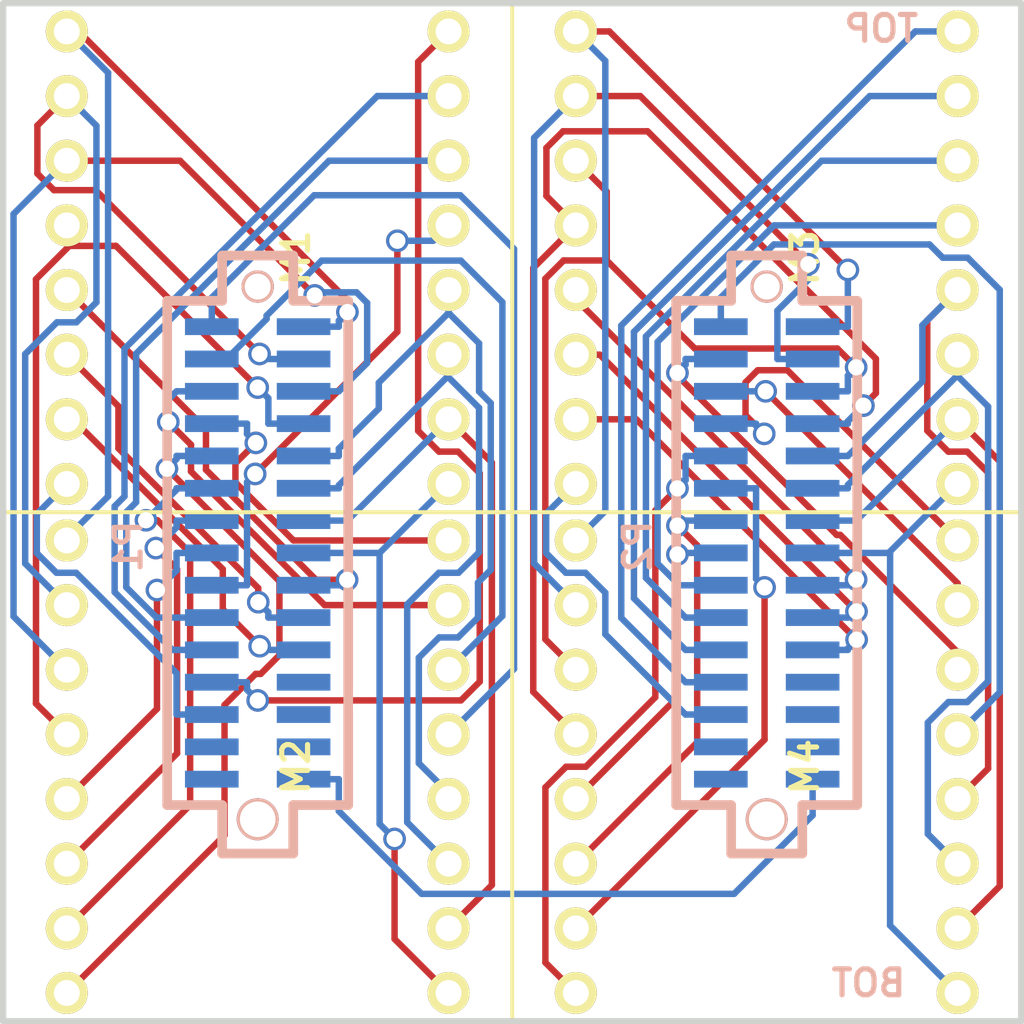
<source format=kicad_pcb>
(kicad_pcb (version 3) (host pcbnew "(2013-mar-13)-testing")

  (general
    (links 65)
    (no_connects 0)
    (area 49.721799 49.721799 90.278201 90.278201)
    (thickness 1.6)
    (drawings 6)
    (tracks 413)
    (zones 0)
    (modules 6)
    (nets 60)
  )

  (page A4)
  (layers
    (15 F.Cu signal)
    (0 B.Cu signal)
    (16 B.Adhes user)
    (17 F.Adhes user)
    (18 B.Paste user)
    (19 F.Paste user)
    (20 B.SilkS user)
    (21 F.SilkS user)
    (22 B.Mask user)
    (23 F.Mask user)
    (24 Dwgs.User user)
    (25 Cmts.User user)
    (26 Eco1.User user)
    (27 Eco2.User user)
    (28 Edge.Cuts user)
  )

  (setup
    (last_trace_width 0.254)
    (trace_clearance 0.2032)
    (zone_clearance 0.127)
    (zone_45_only no)
    (trace_min 0.254)
    (segment_width 0.2)
    (edge_width 0.25)
    (via_size 0.889)
    (via_drill 0.635)
    (via_min_size 0.889)
    (via_min_drill 0.508)
    (uvia_size 0.508)
    (uvia_drill 0.127)
    (uvias_allowed no)
    (uvia_min_size 0.508)
    (uvia_min_drill 0.127)
    (pcb_text_width 0.2032)
    (pcb_text_size 1.016 1.016)
    (mod_edge_width 0.2)
    (mod_text_size 1.5 1.5)
    (mod_text_width 0.15)
    (pad_size 1.651 1.651)
    (pad_drill 1.016)
    (pad_to_mask_clearance 0.2)
    (aux_axis_origin 0 0)
    (visible_elements FFFFFF7F)
    (pcbplotparams
      (layerselection 3178497)
      (usegerberextensions true)
      (excludeedgelayer true)
      (linewidth 0.150000)
      (plotframeref false)
      (viasonmask false)
      (mode 1)
      (useauxorigin false)
      (hpglpennumber 1)
      (hpglpenspeed 20)
      (hpglpendiameter 15)
      (hpglpenoverlay 2)
      (psnegative false)
      (psa4output false)
      (plotreference true)
      (plotvalue true)
      (plotothertext true)
      (plotinvisibletext false)
      (padsonsilk false)
      (subtractmaskfromsilk false)
      (outputformat 1)
      (mirror false)
      (drillshape 1)
      (scaleselection 1)
      (outputdirectory ""))
  )

  (net 0 "")
  (net 1 /COL_A1)
  (net 2 /COL_A10)
  (net 3 /COL_A11)
  (net 4 /COL_A12)
  (net 5 /COL_A13)
  (net 6 /COL_A14)
  (net 7 /COL_A15)
  (net 8 /COL_A16)
  (net 9 /COL_A2)
  (net 10 /COL_A3)
  (net 11 /COL_A4)
  (net 12 /COL_A5)
  (net 13 /COL_A6)
  (net 14 /COL_A7)
  (net 15 /COL_A8)
  (net 16 /COL_A9)
  (net 17 /COL_B1)
  (net 18 /COL_B10)
  (net 19 /COL_B11)
  (net 20 /COL_B12)
  (net 21 /COL_B13)
  (net 22 /COL_B14)
  (net 23 /COL_B15)
  (net 24 /COL_B16)
  (net 25 /COL_B2)
  (net 26 /COL_B3)
  (net 27 /COL_B4)
  (net 28 /COL_B5)
  (net 29 /COL_B6)
  (net 30 /COL_B7)
  (net 31 /COL_B8)
  (net 32 /COL_B9)
  (net 33 /ROW_A1)
  (net 34 /ROW_A2)
  (net 35 /ROW_A3)
  (net 36 /ROW_A4)
  (net 37 /ROW_A5)
  (net 38 /ROW_A6)
  (net 39 /ROW_A7)
  (net 40 /ROW_A8)
  (net 41 /ROW_B1)
  (net 42 /ROW_B2)
  (net 43 /ROW_B3)
  (net 44 /ROW_B4)
  (net 45 /ROW_B5)
  (net 46 /ROW_B6)
  (net 47 /ROW_B7)
  (net 48 /ROW_B8)
  (net 49 GND)
  (net 50 N-0000022)
  (net 51 N-0000023)
  (net 52 N-0000024)
  (net 53 N-0000026)
  (net 54 N-0000027)
  (net 55 N-0000029)
  (net 56 N-0000031)
  (net 57 N-0000035)
  (net 58 N-0000036)
  (net 59 N-0000037)

  (net_class Default "This is the default net class."
    (clearance 0.2032)
    (trace_width 0.254)
    (via_dia 0.889)
    (via_drill 0.635)
    (uvia_dia 0.508)
    (uvia_drill 0.127)
    (add_net "")
    (add_net /COL_A1)
    (add_net /COL_A10)
    (add_net /COL_A11)
    (add_net /COL_A12)
    (add_net /COL_A13)
    (add_net /COL_A14)
    (add_net /COL_A15)
    (add_net /COL_A16)
    (add_net /COL_A2)
    (add_net /COL_A3)
    (add_net /COL_A4)
    (add_net /COL_A5)
    (add_net /COL_A6)
    (add_net /COL_A7)
    (add_net /COL_A8)
    (add_net /COL_A9)
    (add_net /COL_B1)
    (add_net /COL_B10)
    (add_net /COL_B11)
    (add_net /COL_B12)
    (add_net /COL_B13)
    (add_net /COL_B14)
    (add_net /COL_B15)
    (add_net /COL_B16)
    (add_net /COL_B2)
    (add_net /COL_B3)
    (add_net /COL_B4)
    (add_net /COL_B5)
    (add_net /COL_B6)
    (add_net /COL_B7)
    (add_net /COL_B8)
    (add_net /COL_B9)
    (add_net /ROW_A1)
    (add_net /ROW_A2)
    (add_net /ROW_A3)
    (add_net /ROW_A4)
    (add_net /ROW_A5)
    (add_net /ROW_A6)
    (add_net /ROW_A7)
    (add_net /ROW_A8)
    (add_net /ROW_B1)
    (add_net /ROW_B2)
    (add_net /ROW_B3)
    (add_net /ROW_B4)
    (add_net /ROW_B5)
    (add_net /ROW_B6)
    (add_net /ROW_B7)
    (add_net /ROW_B8)
    (add_net GND)
    (add_net N-0000022)
    (add_net N-0000023)
    (add_net N-0000024)
    (add_net N-0000026)
    (add_net N-0000027)
    (add_net N-0000029)
    (add_net N-0000031)
    (add_net N-0000035)
    (add_net N-0000036)
    (add_net N-0000037)
  )

  (module LED_MATRIX_20MM_8x8 (layer F.Cu) (tedit 52123850) (tstamp 520BFF05)
    (at 60 60)
    (path /52004052)
    (fp_text reference M1 (at 1.5 0 90) (layer F.SilkS)
      (effects (font (size 1.016 1.016) (thickness 0.2032)))
    )
    (fp_text value BETLUX-LED-8X8_C (at -1 0 90) (layer F.SilkS) hide
      (effects (font (size 1.016 1.016) (thickness 0.2032)))
    )
    (fp_line (start 0 -10) (end 10 -10) (layer F.SilkS) (width 0.15))
    (fp_line (start 10 -10) (end 10 10) (layer F.SilkS) (width 0.15))
    (fp_line (start 10 10) (end -10 10) (layer F.SilkS) (width 0.15))
    (fp_line (start -10 10) (end -10 -10) (layer F.SilkS) (width 0.15))
    (fp_line (start -10 -10) (end 0.5 -10) (layer F.SilkS) (width 0.15))
    (pad 1 thru_hole circle (at -7.5 -8.89) (size 1.651 1.651) (drill 1.016)
      (layers *.Cu *.Mask F.SilkS)
      (net 33 /ROW_A1)
    )
    (pad 2 thru_hole circle (at -7.5 -6.35) (size 1.651 1.651) (drill 1.016)
      (layers *.Cu *.Mask F.SilkS)
      (net 34 /ROW_A2)
    )
    (pad 3 thru_hole circle (at -7.5 -3.81) (size 1.651 1.651) (drill 1.016)
      (layers *.Cu *.Mask F.SilkS)
      (net 35 /ROW_A3)
    )
    (pad 4 thru_hole circle (at -7.5 -1.27) (size 1.651 1.651) (drill 1.016)
      (layers *.Cu *.Mask F.SilkS)
      (net 36 /ROW_A4)
    )
    (pad 5 thru_hole circle (at -7.5 1.27) (size 1.651 1.651) (drill 1.016)
      (layers *.Cu *.Mask F.SilkS)
      (net 1 /COL_A1)
    )
    (pad 6 thru_hole circle (at -7.5 3.81) (size 1.651 1.651) (drill 1.016)
      (layers *.Cu *.Mask F.SilkS)
      (net 9 /COL_A2)
    )
    (pad 7 thru_hole circle (at -7.5 6.35) (size 1.651 1.651) (drill 1.016)
      (layers *.Cu *.Mask F.SilkS)
      (net 10 /COL_A3)
    )
    (pad 8 thru_hole circle (at -7.5 8.89) (size 1.651 1.651) (drill 1.016)
      (layers *.Cu *.Mask F.SilkS)
      (net 11 /COL_A4)
    )
    (pad 9 thru_hole circle (at 7.5 8.89) (size 1.651 1.651) (drill 1.016)
      (layers *.Cu *.Mask F.SilkS)
      (net 40 /ROW_A8)
    )
    (pad 10 thru_hole circle (at 7.5 6.35) (size 1.651 1.651) (drill 1.016)
      (layers *.Cu *.Mask F.SilkS)
      (net 39 /ROW_A7)
    )
    (pad 11 thru_hole circle (at 7.5 3.81) (size 1.651 1.651) (drill 1.016)
      (layers *.Cu *.Mask F.SilkS)
      (net 38 /ROW_A6)
    )
    (pad 12 thru_hole circle (at 7.5 1.27) (size 1.651 1.651) (drill 1.016)
      (layers *.Cu *.Mask F.SilkS)
      (net 37 /ROW_A5)
    )
    (pad 13 thru_hole circle (at 7.5 -1.27) (size 1.651 1.651) (drill 1.016)
      (layers *.Cu *.Mask F.SilkS)
      (net 15 /COL_A8)
    )
    (pad 14 thru_hole circle (at 7.5 -3.81) (size 1.651 1.651) (drill 1.016)
      (layers *.Cu *.Mask F.SilkS)
      (net 14 /COL_A7)
    )
    (pad 15 thru_hole circle (at 7.5 -6.35) (size 1.651 1.651) (drill 1.016)
      (layers *.Cu *.Mask F.SilkS)
      (net 13 /COL_A6)
    )
    (pad 16 thru_hole circle (at 7.5 -8.89) (size 1.651 1.651) (drill 1.016)
      (layers *.Cu *.Mask F.SilkS)
      (net 12 /COL_A5)
    )
  )

  (module LED_MATRIX_20MM_8x8 (layer F.Cu) (tedit 5212383B) (tstamp 520BFED1)
    (at 60 80)
    (path /52004061)
    (fp_text reference M2 (at 1.5 0 90) (layer F.SilkS)
      (effects (font (size 1.016 1.016) (thickness 0.2032)))
    )
    (fp_text value BETLUX-LED-8X8_C (at -1 0 90) (layer F.SilkS) hide
      (effects (font (size 1.016 1.016) (thickness 0.2032)))
    )
    (fp_line (start 0 -10) (end 10 -10) (layer F.SilkS) (width 0.15))
    (fp_line (start 10 -10) (end 10 10) (layer F.SilkS) (width 0.15))
    (fp_line (start 10 10) (end -10 10) (layer F.SilkS) (width 0.15))
    (fp_line (start -10 10) (end -10 -10) (layer F.SilkS) (width 0.15))
    (fp_line (start -10 -10) (end 0.5 -10) (layer F.SilkS) (width 0.15))
    (pad 1 thru_hole circle (at -7.5 -8.89) (size 1.651 1.651) (drill 1.016)
      (layers *.Cu *.Mask F.SilkS)
      (net 33 /ROW_A1)
    )
    (pad 2 thru_hole circle (at -7.5 -6.35) (size 1.651 1.651) (drill 1.016)
      (layers *.Cu *.Mask F.SilkS)
      (net 34 /ROW_A2)
    )
    (pad 3 thru_hole circle (at -7.5 -3.81) (size 1.651 1.651) (drill 1.016)
      (layers *.Cu *.Mask F.SilkS)
      (net 35 /ROW_A3)
    )
    (pad 4 thru_hole circle (at -7.5 -1.27) (size 1.651 1.651) (drill 1.016)
      (layers *.Cu *.Mask F.SilkS)
      (net 36 /ROW_A4)
    )
    (pad 5 thru_hole circle (at -7.5 1.27) (size 1.651 1.651) (drill 1.016)
      (layers *.Cu *.Mask F.SilkS)
      (net 16 /COL_A9)
    )
    (pad 6 thru_hole circle (at -7.5 3.81) (size 1.651 1.651) (drill 1.016)
      (layers *.Cu *.Mask F.SilkS)
      (net 2 /COL_A10)
    )
    (pad 7 thru_hole circle (at -7.5 6.35) (size 1.651 1.651) (drill 1.016)
      (layers *.Cu *.Mask F.SilkS)
      (net 3 /COL_A11)
    )
    (pad 8 thru_hole circle (at -7.5 8.89) (size 1.651 1.651) (drill 1.016)
      (layers *.Cu *.Mask F.SilkS)
      (net 4 /COL_A12)
    )
    (pad 9 thru_hole circle (at 7.5 8.89) (size 1.651 1.651) (drill 1.016)
      (layers *.Cu *.Mask F.SilkS)
      (net 40 /ROW_A8)
    )
    (pad 10 thru_hole circle (at 7.5 6.35) (size 1.651 1.651) (drill 1.016)
      (layers *.Cu *.Mask F.SilkS)
      (net 39 /ROW_A7)
    )
    (pad 11 thru_hole circle (at 7.5 3.81) (size 1.651 1.651) (drill 1.016)
      (layers *.Cu *.Mask F.SilkS)
      (net 38 /ROW_A6)
    )
    (pad 12 thru_hole circle (at 7.5 1.27) (size 1.651 1.651) (drill 1.016)
      (layers *.Cu *.Mask F.SilkS)
      (net 37 /ROW_A5)
    )
    (pad 13 thru_hole circle (at 7.5 -1.27) (size 1.651 1.651) (drill 1.016)
      (layers *.Cu *.Mask F.SilkS)
      (net 8 /COL_A16)
    )
    (pad 14 thru_hole circle (at 7.5 -3.81) (size 1.651 1.651) (drill 1.016)
      (layers *.Cu *.Mask F.SilkS)
      (net 7 /COL_A15)
    )
    (pad 15 thru_hole circle (at 7.5 -6.35) (size 1.651 1.651) (drill 1.016)
      (layers *.Cu *.Mask F.SilkS)
      (net 6 /COL_A14)
    )
    (pad 16 thru_hole circle (at 7.5 -8.89) (size 1.651 1.651) (drill 1.016)
      (layers *.Cu *.Mask F.SilkS)
      (net 5 /COL_A13)
    )
  )

  (module LED_MATRIX_20MM_8x8 (layer F.Cu) (tedit 52123849) (tstamp 520047A3)
    (at 80 60)
    (path /52004070)
    (fp_text reference M3 (at 1.5 0 90) (layer F.SilkS)
      (effects (font (size 1.016 1.016) (thickness 0.2032)))
    )
    (fp_text value BETLUX-LED-8X8_C (at -1 0 90) (layer F.SilkS) hide
      (effects (font (size 1.016 1.016) (thickness 0.2032)))
    )
    (fp_line (start 0 -10) (end 10 -10) (layer F.SilkS) (width 0.15))
    (fp_line (start 10 -10) (end 10 10) (layer F.SilkS) (width 0.15))
    (fp_line (start 10 10) (end -10 10) (layer F.SilkS) (width 0.15))
    (fp_line (start -10 10) (end -10 -10) (layer F.SilkS) (width 0.15))
    (fp_line (start -10 -10) (end 0.5 -10) (layer F.SilkS) (width 0.15))
    (pad 1 thru_hole circle (at -7.5 -8.89) (size 1.651 1.651) (drill 1.016)
      (layers *.Cu *.Mask F.SilkS)
      (net 41 /ROW_B1)
    )
    (pad 2 thru_hole circle (at -7.5 -6.35) (size 1.651 1.651) (drill 1.016)
      (layers *.Cu *.Mask F.SilkS)
      (net 42 /ROW_B2)
    )
    (pad 3 thru_hole circle (at -7.5 -3.81) (size 1.651 1.651) (drill 1.016)
      (layers *.Cu *.Mask F.SilkS)
      (net 43 /ROW_B3)
    )
    (pad 4 thru_hole circle (at -7.5 -1.27) (size 1.651 1.651) (drill 1.016)
      (layers *.Cu *.Mask F.SilkS)
      (net 44 /ROW_B4)
    )
    (pad 5 thru_hole circle (at -7.5 1.27) (size 1.651 1.651) (drill 1.016)
      (layers *.Cu *.Mask F.SilkS)
      (net 17 /COL_B1)
    )
    (pad 6 thru_hole circle (at -7.5 3.81) (size 1.651 1.651) (drill 1.016)
      (layers *.Cu *.Mask F.SilkS)
      (net 25 /COL_B2)
    )
    (pad 7 thru_hole circle (at -7.5 6.35) (size 1.651 1.651) (drill 1.016)
      (layers *.Cu *.Mask F.SilkS)
      (net 26 /COL_B3)
    )
    (pad 8 thru_hole circle (at -7.5 8.89) (size 1.651 1.651) (drill 1.016)
      (layers *.Cu *.Mask F.SilkS)
      (net 27 /COL_B4)
    )
    (pad 9 thru_hole circle (at 7.5 8.89) (size 1.651 1.651) (drill 1.016)
      (layers *.Cu *.Mask F.SilkS)
      (net 48 /ROW_B8)
    )
    (pad 10 thru_hole circle (at 7.5 6.35) (size 1.651 1.651) (drill 1.016)
      (layers *.Cu *.Mask F.SilkS)
      (net 47 /ROW_B7)
    )
    (pad 11 thru_hole circle (at 7.5 3.81) (size 1.651 1.651) (drill 1.016)
      (layers *.Cu *.Mask F.SilkS)
      (net 46 /ROW_B6)
    )
    (pad 12 thru_hole circle (at 7.5 1.27) (size 1.651 1.651) (drill 1.016)
      (layers *.Cu *.Mask F.SilkS)
      (net 45 /ROW_B5)
    )
    (pad 13 thru_hole circle (at 7.5 -1.27) (size 1.651 1.651) (drill 1.016)
      (layers *.Cu *.Mask F.SilkS)
      (net 31 /COL_B8)
    )
    (pad 14 thru_hole circle (at 7.5 -3.81) (size 1.651 1.651) (drill 1.016)
      (layers *.Cu *.Mask F.SilkS)
      (net 30 /COL_B7)
    )
    (pad 15 thru_hole circle (at 7.5 -6.35) (size 1.651 1.651) (drill 1.016)
      (layers *.Cu *.Mask F.SilkS)
      (net 29 /COL_B6)
    )
    (pad 16 thru_hole circle (at 7.5 -8.89) (size 1.651 1.651) (drill 1.016)
      (layers *.Cu *.Mask F.SilkS)
      (net 28 /COL_B5)
    )
  )

  (module LED_MATRIX_20MM_8x8 (layer F.Cu) (tedit 52123842) (tstamp 520047BC)
    (at 80 80)
    (path /5200407F)
    (fp_text reference M4 (at 1.5 0 90) (layer F.SilkS)
      (effects (font (size 1.016 1.016) (thickness 0.2032)))
    )
    (fp_text value BETLUX-LED-8X8_C (at -1 0 90) (layer F.SilkS) hide
      (effects (font (size 1.016 1.016) (thickness 0.2032)))
    )
    (fp_line (start 0 -10) (end 10 -10) (layer F.SilkS) (width 0.15))
    (fp_line (start 10 -10) (end 10 10) (layer F.SilkS) (width 0.15))
    (fp_line (start 10 10) (end -10 10) (layer F.SilkS) (width 0.15))
    (fp_line (start -10 10) (end -10 -10) (layer F.SilkS) (width 0.15))
    (fp_line (start -10 -10) (end 0.5 -10) (layer F.SilkS) (width 0.15))
    (pad 1 thru_hole circle (at -7.5 -8.89) (size 1.651 1.651) (drill 1.016)
      (layers *.Cu *.Mask F.SilkS)
      (net 41 /ROW_B1)
    )
    (pad 2 thru_hole circle (at -7.5 -6.35) (size 1.651 1.651) (drill 1.016)
      (layers *.Cu *.Mask F.SilkS)
      (net 42 /ROW_B2)
    )
    (pad 3 thru_hole circle (at -7.5 -3.81) (size 1.651 1.651) (drill 1.016)
      (layers *.Cu *.Mask F.SilkS)
      (net 43 /ROW_B3)
    )
    (pad 4 thru_hole circle (at -7.5 -1.27) (size 1.651 1.651) (drill 1.016)
      (layers *.Cu *.Mask F.SilkS)
      (net 44 /ROW_B4)
    )
    (pad 5 thru_hole circle (at -7.5 1.27) (size 1.651 1.651) (drill 1.016)
      (layers *.Cu *.Mask F.SilkS)
      (net 32 /COL_B9)
    )
    (pad 6 thru_hole circle (at -7.5 3.81) (size 1.651 1.651) (drill 1.016)
      (layers *.Cu *.Mask F.SilkS)
      (net 18 /COL_B10)
    )
    (pad 7 thru_hole circle (at -7.5 6.35) (size 1.651 1.651) (drill 1.016)
      (layers *.Cu *.Mask F.SilkS)
      (net 19 /COL_B11)
    )
    (pad 8 thru_hole circle (at -7.5 8.89) (size 1.651 1.651) (drill 1.016)
      (layers *.Cu *.Mask F.SilkS)
      (net 20 /COL_B12)
    )
    (pad 9 thru_hole circle (at 7.5 8.89) (size 1.651 1.651) (drill 1.016)
      (layers *.Cu *.Mask F.SilkS)
      (net 48 /ROW_B8)
    )
    (pad 10 thru_hole circle (at 7.5 6.35) (size 1.651 1.651) (drill 1.016)
      (layers *.Cu *.Mask F.SilkS)
      (net 47 /ROW_B7)
    )
    (pad 11 thru_hole circle (at 7.5 3.81) (size 1.651 1.651) (drill 1.016)
      (layers *.Cu *.Mask F.SilkS)
      (net 46 /ROW_B6)
    )
    (pad 12 thru_hole circle (at 7.5 1.27) (size 1.651 1.651) (drill 1.016)
      (layers *.Cu *.Mask F.SilkS)
      (net 45 /ROW_B5)
    )
    (pad 13 thru_hole circle (at 7.5 -1.27) (size 1.651 1.651) (drill 1.016)
      (layers *.Cu *.Mask F.SilkS)
      (net 24 /COL_B16)
    )
    (pad 14 thru_hole circle (at 7.5 -3.81) (size 1.651 1.651) (drill 1.016)
      (layers *.Cu *.Mask F.SilkS)
      (net 23 /COL_B15)
    )
    (pad 15 thru_hole circle (at 7.5 -6.35) (size 1.651 1.651) (drill 1.016)
      (layers *.Cu *.Mask F.SilkS)
      (net 22 /COL_B14)
    )
    (pad 16 thru_hole circle (at 7.5 -8.89) (size 1.651 1.651) (drill 1.016)
      (layers *.Cu *.Mask F.SilkS)
      (net 21 /COL_B13)
    )
  )

  (module SMD_PIN_ARRAY_F_0P5IN_15X2 (layer B.Cu) (tedit 5213A8F5) (tstamp 520BF9EB)
    (at 60 71.6 180)
    (path /520BF30D)
    (fp_text reference P1 (at 5.08 0.254 450) (layer B.SilkS)
      (effects (font (size 1.016 1.016) (thickness 0.2032)) (justify mirror))
    )
    (fp_text value CONN15X2 (at -5.207 0.127 270) (layer B.SilkS) hide
      (effects (font (size 1.016 1.016) (thickness 0.2032)) (justify mirror))
    )
    (fp_line (start 1.397 -9.906) (end 3.556 -9.906) (layer B.SilkS) (width 0.381))
    (fp_line (start -3.556 -9.906) (end -1.397 -9.906) (layer B.SilkS) (width 0.381))
    (fp_line (start -1.397 -9.906) (end -1.397 -11.684) (layer B.SilkS) (width 0.381))
    (fp_line (start -1.397 -11.684) (end -1.397 -11.811) (layer B.SilkS) (width 0.381))
    (fp_line (start -1.397 -11.811) (end 1.27 -11.811) (layer B.SilkS) (width 0.381))
    (fp_line (start 1.27 -11.811) (end 1.397 -11.811) (layer B.SilkS) (width 0.381))
    (fp_line (start 1.397 -11.811) (end 1.397 -9.906) (layer B.SilkS) (width 0.381))
    (fp_line (start 1.397 9.906) (end 3.556 9.906) (layer B.SilkS) (width 0.381))
    (fp_line (start 1.27 11.684) (end 1.397 11.684) (layer B.SilkS) (width 0.381))
    (fp_line (start 1.397 11.684) (end 1.397 9.906) (layer B.SilkS) (width 0.381))
    (fp_line (start 1.143 11.684) (end 1.27 11.684) (layer B.SilkS) (width 0.381))
    (fp_line (start -1.397 9.906) (end -1.397 11.557) (layer B.SilkS) (width 0.381))
    (fp_line (start -1.397 11.557) (end -1.397 11.684) (layer B.SilkS) (width 0.381))
    (fp_line (start -1.397 11.684) (end 1.143 11.684) (layer B.SilkS) (width 0.381))
    (fp_line (start -3.556 9.906) (end -1.397 9.906) (layer B.SilkS) (width 0.381))
    (fp_line (start 3.556 -9.906) (end 3.556 9.779) (layer B.SilkS) (width 0.381))
    (fp_line (start 3.556 9.779) (end 3.556 9.906) (layer B.SilkS) (width 0.381))
    (fp_line (start -3.556 9.906) (end -3.556 -9.779) (layer B.SilkS) (width 0.381))
    (fp_line (start -3.556 -9.779) (end -3.556 -9.906) (layer B.SilkS) (width 0.381))
    (pad 2 smd rect (at -1.8034 8.89 180) (size 2.1082 0.6604)
      (layers B.Cu B.Paste B.Mask)
      (net 33 /ROW_A1)
    )
    (pad 1 smd rect (at 1.8034 8.89 180) (size 2.1082 0.6604)
      (layers B.Cu B.Paste B.Mask)
      (net 8 /COL_A16)
    )
    (pad 4 smd rect (at -1.8034 7.62 180) (size 2.1082 0.6604)
      (layers B.Cu B.Paste B.Mask)
      (net 34 /ROW_A2)
    )
    (pad 3 smd rect (at 1.8034 7.62 180) (size 2.1082 0.6604)
      (layers B.Cu B.Paste B.Mask)
      (net 7 /COL_A15)
    )
    (pad 6 smd rect (at -1.8034 6.35 180) (size 2.1082 0.6604)
      (layers B.Cu B.Paste B.Mask)
      (net 35 /ROW_A3)
    )
    (pad 5 smd rect (at 1.8034 6.35 180) (size 2.1082 0.6604)
      (layers B.Cu B.Paste B.Mask)
      (net 6 /COL_A14)
    )
    (pad 8 smd rect (at -1.8034 5.08 180) (size 2.1082 0.6604)
      (layers B.Cu B.Paste B.Mask)
      (net 36 /ROW_A4)
    )
    (pad 7 smd rect (at 1.8034 5.08 180) (size 2.1082 0.6604)
      (layers B.Cu B.Paste B.Mask)
      (net 5 /COL_A13)
    )
    (pad 10 smd rect (at -1.8034 3.81 180) (size 2.1082 0.6604)
      (layers B.Cu B.Paste B.Mask)
      (net 37 /ROW_A5)
    )
    (pad 9 smd rect (at 1.8034 3.81 180) (size 2.1082 0.6604)
      (layers B.Cu B.Paste B.Mask)
      (net 4 /COL_A12)
    )
    (pad 12 smd rect (at -1.8034 2.54 180) (size 2.1082 0.6604)
      (layers B.Cu B.Paste B.Mask)
      (net 38 /ROW_A6)
    )
    (pad 11 smd rect (at 1.8034 2.54 180) (size 2.1082 0.6604)
      (layers B.Cu B.Paste B.Mask)
      (net 3 /COL_A11)
    )
    (pad 14 smd rect (at -1.8034 1.27 180) (size 2.1082 0.6604)
      (layers B.Cu B.Paste B.Mask)
      (net 39 /ROW_A7)
    )
    (pad 13 smd rect (at 1.8034 1.27 180) (size 2.1082 0.6604)
      (layers B.Cu B.Paste B.Mask)
      (net 2 /COL_A10)
    )
    (pad 16 smd rect (at -1.8034 0 180) (size 2.1082 0.6604)
      (layers B.Cu B.Paste B.Mask)
      (net 40 /ROW_A8)
    )
    (pad 15 smd rect (at 1.8034 0 180) (size 2.1082 0.6604)
      (layers B.Cu B.Paste B.Mask)
      (net 16 /COL_A9)
    )
    (pad 18 smd rect (at -1.8034 -1.27 180) (size 2.1082 0.6604)
      (layers B.Cu B.Paste B.Mask)
      (net 1 /COL_A1)
    )
    (pad 17 smd rect (at 1.8034 -1.27 180) (size 2.1082 0.6604)
      (layers B.Cu B.Paste B.Mask)
      (net 15 /COL_A8)
    )
    (pad 20 smd rect (at -1.8034 -2.54 180) (size 2.1082 0.6604)
      (layers B.Cu B.Paste B.Mask)
      (net 9 /COL_A2)
    )
    (pad 19 smd rect (at 1.8034 -2.54 180) (size 2.1082 0.6604)
      (layers B.Cu B.Paste B.Mask)
      (net 14 /COL_A7)
    )
    (pad 22 smd rect (at -1.8034 -3.81 180) (size 2.1082 0.6604)
      (layers B.Cu B.Paste B.Mask)
      (net 10 /COL_A3)
    )
    (pad 21 smd rect (at 1.8034 -3.81 180) (size 2.1082 0.6604)
      (layers B.Cu B.Paste B.Mask)
      (net 13 /COL_A6)
    )
    (pad 24 smd rect (at -1.8034 -5.08 180) (size 2.1082 0.6604)
      (layers B.Cu B.Paste B.Mask)
      (net 57 N-0000035)
    )
    (pad 23 smd rect (at 1.8034 -5.08 180) (size 2.1082 0.6604)
      (layers B.Cu B.Paste B.Mask)
      (net 12 /COL_A5)
    )
    (pad 26 smd rect (at -1.8034 -6.35 180) (size 2.1082 0.6604)
      (layers B.Cu B.Paste B.Mask)
      (net 58 N-0000036)
    )
    (pad 25 smd rect (at 1.8034 -6.35 180) (size 2.1082 0.6604)
      (layers B.Cu B.Paste B.Mask)
      (net 11 /COL_A4)
    )
    (pad 28 smd rect (at -1.8034 -7.62 180) (size 2.1082 0.6604)
      (layers B.Cu B.Paste B.Mask)
      (net 59 N-0000037)
    )
    (pad 27 smd rect (at 1.8034 -7.62 180) (size 2.1082 0.6604)
      (layers B.Cu B.Paste B.Mask)
      (net 51 N-0000023)
    )
    (pad 30 smd rect (at -1.8034 -8.89 180) (size 2.1082 0.6604)
      (layers B.Cu B.Paste B.Mask)
      (net 49 GND)
    )
    (pad 29 smd rect (at 1.8034 -8.89 180) (size 2.1082 0.6604)
      (layers B.Cu B.Paste B.Mask)
      (net 50 N-0000022)
    )
    (pad "" thru_hole circle (at 0 10.4648 180) (size 1.27 1.27) (drill 1.016)
      (layers *.Cu *.Mask B.SilkS)
    )
    (pad "" thru_hole circle (at 0 -10.4648 180) (size 1.651 1.651) (drill 1.397)
      (layers *.Cu *.Mask B.SilkS)
    )
  )

  (module SMD_PIN_ARRAY_F_0P5IN_15X2 (layer B.Cu) (tedit 5213A8FD) (tstamp 520BFA22)
    (at 80 71.6 180)
    (path /520BF31C)
    (fp_text reference P2 (at 5.08 0.254 450) (layer B.SilkS)
      (effects (font (size 1.016 1.016) (thickness 0.2032)) (justify mirror))
    )
    (fp_text value CONN15X2 (at -5.207 0.127 270) (layer B.SilkS) hide
      (effects (font (size 1.016 1.016) (thickness 0.2032)) (justify mirror))
    )
    (fp_line (start 1.397 -9.906) (end 3.556 -9.906) (layer B.SilkS) (width 0.381))
    (fp_line (start -3.556 -9.906) (end -1.397 -9.906) (layer B.SilkS) (width 0.381))
    (fp_line (start -1.397 -9.906) (end -1.397 -11.684) (layer B.SilkS) (width 0.381))
    (fp_line (start -1.397 -11.684) (end -1.397 -11.811) (layer B.SilkS) (width 0.381))
    (fp_line (start -1.397 -11.811) (end 1.27 -11.811) (layer B.SilkS) (width 0.381))
    (fp_line (start 1.27 -11.811) (end 1.397 -11.811) (layer B.SilkS) (width 0.381))
    (fp_line (start 1.397 -11.811) (end 1.397 -9.906) (layer B.SilkS) (width 0.381))
    (fp_line (start 1.397 9.906) (end 3.556 9.906) (layer B.SilkS) (width 0.381))
    (fp_line (start 1.27 11.684) (end 1.397 11.684) (layer B.SilkS) (width 0.381))
    (fp_line (start 1.397 11.684) (end 1.397 9.906) (layer B.SilkS) (width 0.381))
    (fp_line (start 1.143 11.684) (end 1.27 11.684) (layer B.SilkS) (width 0.381))
    (fp_line (start -1.397 9.906) (end -1.397 11.557) (layer B.SilkS) (width 0.381))
    (fp_line (start -1.397 11.557) (end -1.397 11.684) (layer B.SilkS) (width 0.381))
    (fp_line (start -1.397 11.684) (end 1.143 11.684) (layer B.SilkS) (width 0.381))
    (fp_line (start -3.556 9.906) (end -1.397 9.906) (layer B.SilkS) (width 0.381))
    (fp_line (start 3.556 -9.906) (end 3.556 9.779) (layer B.SilkS) (width 0.381))
    (fp_line (start 3.556 9.779) (end 3.556 9.906) (layer B.SilkS) (width 0.381))
    (fp_line (start -3.556 9.906) (end -3.556 -9.779) (layer B.SilkS) (width 0.381))
    (fp_line (start -3.556 -9.779) (end -3.556 -9.906) (layer B.SilkS) (width 0.381))
    (pad 2 smd rect (at -1.8034 8.89 180) (size 2.1082 0.6604)
      (layers B.Cu B.Paste B.Mask)
      (net 41 /ROW_B1)
    )
    (pad 1 smd rect (at 1.8034 8.89 180) (size 2.1082 0.6604)
      (layers B.Cu B.Paste B.Mask)
      (net 24 /COL_B16)
    )
    (pad 4 smd rect (at -1.8034 7.62 180) (size 2.1082 0.6604)
      (layers B.Cu B.Paste B.Mask)
      (net 42 /ROW_B2)
    )
    (pad 3 smd rect (at 1.8034 7.62 180) (size 2.1082 0.6604)
      (layers B.Cu B.Paste B.Mask)
      (net 23 /COL_B15)
    )
    (pad 6 smd rect (at -1.8034 6.35 180) (size 2.1082 0.6604)
      (layers B.Cu B.Paste B.Mask)
      (net 43 /ROW_B3)
    )
    (pad 5 smd rect (at 1.8034 6.35 180) (size 2.1082 0.6604)
      (layers B.Cu B.Paste B.Mask)
      (net 22 /COL_B14)
    )
    (pad 8 smd rect (at -1.8034 5.08 180) (size 2.1082 0.6604)
      (layers B.Cu B.Paste B.Mask)
      (net 44 /ROW_B4)
    )
    (pad 7 smd rect (at 1.8034 5.08 180) (size 2.1082 0.6604)
      (layers B.Cu B.Paste B.Mask)
      (net 21 /COL_B13)
    )
    (pad 10 smd rect (at -1.8034 3.81 180) (size 2.1082 0.6604)
      (layers B.Cu B.Paste B.Mask)
      (net 45 /ROW_B5)
    )
    (pad 9 smd rect (at 1.8034 3.81 180) (size 2.1082 0.6604)
      (layers B.Cu B.Paste B.Mask)
      (net 20 /COL_B12)
    )
    (pad 12 smd rect (at -1.8034 2.54 180) (size 2.1082 0.6604)
      (layers B.Cu B.Paste B.Mask)
      (net 46 /ROW_B6)
    )
    (pad 11 smd rect (at 1.8034 2.54 180) (size 2.1082 0.6604)
      (layers B.Cu B.Paste B.Mask)
      (net 19 /COL_B11)
    )
    (pad 14 smd rect (at -1.8034 1.27 180) (size 2.1082 0.6604)
      (layers B.Cu B.Paste B.Mask)
      (net 47 /ROW_B7)
    )
    (pad 13 smd rect (at 1.8034 1.27 180) (size 2.1082 0.6604)
      (layers B.Cu B.Paste B.Mask)
      (net 18 /COL_B10)
    )
    (pad 16 smd rect (at -1.8034 0 180) (size 2.1082 0.6604)
      (layers B.Cu B.Paste B.Mask)
      (net 48 /ROW_B8)
    )
    (pad 15 smd rect (at 1.8034 0 180) (size 2.1082 0.6604)
      (layers B.Cu B.Paste B.Mask)
      (net 32 /COL_B9)
    )
    (pad 18 smd rect (at -1.8034 -1.27 180) (size 2.1082 0.6604)
      (layers B.Cu B.Paste B.Mask)
      (net 17 /COL_B1)
    )
    (pad 17 smd rect (at 1.8034 -1.27 180) (size 2.1082 0.6604)
      (layers B.Cu B.Paste B.Mask)
      (net 31 /COL_B8)
    )
    (pad 20 smd rect (at -1.8034 -2.54 180) (size 2.1082 0.6604)
      (layers B.Cu B.Paste B.Mask)
      (net 25 /COL_B2)
    )
    (pad 19 smd rect (at 1.8034 -2.54 180) (size 2.1082 0.6604)
      (layers B.Cu B.Paste B.Mask)
      (net 30 /COL_B7)
    )
    (pad 22 smd rect (at -1.8034 -3.81 180) (size 2.1082 0.6604)
      (layers B.Cu B.Paste B.Mask)
      (net 26 /COL_B3)
    )
    (pad 21 smd rect (at 1.8034 -3.81 180) (size 2.1082 0.6604)
      (layers B.Cu B.Paste B.Mask)
      (net 29 /COL_B6)
    )
    (pad 24 smd rect (at -1.8034 -5.08 180) (size 2.1082 0.6604)
      (layers B.Cu B.Paste B.Mask)
      (net 56 N-0000031)
    )
    (pad 23 smd rect (at 1.8034 -5.08 180) (size 2.1082 0.6604)
      (layers B.Cu B.Paste B.Mask)
      (net 28 /COL_B5)
    )
    (pad 26 smd rect (at -1.8034 -6.35 180) (size 2.1082 0.6604)
      (layers B.Cu B.Paste B.Mask)
      (net 55 N-0000029)
    )
    (pad 25 smd rect (at 1.8034 -6.35 180) (size 2.1082 0.6604)
      (layers B.Cu B.Paste B.Mask)
      (net 27 /COL_B4)
    )
    (pad 28 smd rect (at -1.8034 -7.62 180) (size 2.1082 0.6604)
      (layers B.Cu B.Paste B.Mask)
      (net 53 N-0000026)
    )
    (pad 27 smd rect (at 1.8034 -7.62 180) (size 2.1082 0.6604)
      (layers B.Cu B.Paste B.Mask)
      (net 54 N-0000027)
    )
    (pad 30 smd rect (at -1.8034 -8.89 180) (size 2.1082 0.6604)
      (layers B.Cu B.Paste B.Mask)
      (net 49 GND)
    )
    (pad 29 smd rect (at 1.8034 -8.89 180) (size 2.1082 0.6604)
      (layers B.Cu B.Paste B.Mask)
      (net 52 N-0000024)
    )
    (pad "" thru_hole circle (at 0 10.4648 180) (size 1.27 1.27) (drill 1.016)
      (layers *.Cu *.Mask B.SilkS)
    )
    (pad "" thru_hole circle (at 0 -10.4648 180) (size 1.651 1.651) (drill 1.397)
      (layers *.Cu *.Mask B.SilkS)
    )
  )

  (gr_text BOT (at 84 88.5) (layer B.SilkS)
    (effects (font (size 1.016 1.016) (thickness 0.2032)) (justify mirror))
  )
  (gr_text TOP (at 84.5 51) (layer B.SilkS)
    (effects (font (size 1.016 1.016) (thickness 0.2032)) (justify mirror))
  )
  (gr_line (start 90 90) (end 90 50) (angle 90) (layer Edge.Cuts) (width 0.25))
  (gr_line (start 50 90) (end 90 90) (angle 90) (layer Edge.Cuts) (width 0.25))
  (gr_line (start 50 50) (end 50 90) (angle 90) (layer Edge.Cuts) (width 0.25))
  (gr_line (start 90 50) (end 50 50) (angle 90) (layer Edge.Cuts) (width 0.25))

  (via (at 63.5131 72.6555) (size 0.889) (layers F.Cu B.Cu) (net 1))
  (segment (start 63.2986 72.87) (end 63.5131 72.6555) (width 0.254) (layer B.Cu) (net 1))
  (segment (start 61.8034 72.87) (end 63.2986 72.87) (width 0.254) (layer B.Cu) (net 1))
  (segment (start 62.2919 72.6555) (end 63.5131 72.6555) (width 0.254) (layer F.Cu) (net 1))
  (segment (start 57.968 68.3316) (end 62.2919 72.6555) (width 0.254) (layer F.Cu) (net 1))
  (segment (start 57.968 66.738) (end 57.968 68.3316) (width 0.254) (layer F.Cu) (net 1))
  (segment (start 52.5 61.27) (end 57.968 66.738) (width 0.254) (layer F.Cu) (net 1))
  (via (at 55.9989 71.4093) (size 0.889) (layers F.Cu B.Cu) (net 2))
  (segment (start 58.1966 70.33) (end 56.812 70.33) (width 0.254) (layer B.Cu) (net 2))
  (segment (start 56.812 70.5962) (end 55.9989 71.4093) (width 0.254) (layer B.Cu) (net 2))
  (segment (start 56.812 70.33) (end 56.812 70.5962) (width 0.254) (layer B.Cu) (net 2))
  (segment (start 56.8329 72.2433) (end 55.9989 71.4093) (width 0.254) (layer F.Cu) (net 2))
  (segment (start 56.8329 79.4771) (end 56.8329 72.2433) (width 0.254) (layer F.Cu) (net 2))
  (segment (start 52.5 83.81) (end 56.8329 79.4771) (width 0.254) (layer F.Cu) (net 2))
  (via (at 55.6117 70.3167) (size 0.889) (layers F.Cu B.Cu) (net 3))
  (segment (start 58.1966 69.06) (end 56.812 69.06) (width 0.254) (layer B.Cu) (net 3))
  (segment (start 56.812 69.1164) (end 55.6117 70.3167) (width 0.254) (layer B.Cu) (net 3))
  (segment (start 56.812 69.06) (end 56.812 69.1164) (width 0.254) (layer B.Cu) (net 3))
  (segment (start 57.3458 81.5042) (end 52.5 86.35) (width 0.254) (layer F.Cu) (net 3))
  (segment (start 57.3458 71.6015) (end 57.3458 81.5042) (width 0.254) (layer F.Cu) (net 3))
  (segment (start 56.061 70.3167) (end 57.3458 71.6015) (width 0.254) (layer F.Cu) (net 3))
  (segment (start 55.6117 70.3167) (end 56.061 70.3167) (width 0.254) (layer F.Cu) (net 3))
  (via (at 56.4329 68.2905) (size 0.889) (layers F.Cu B.Cu) (net 4))
  (segment (start 56.812 67.9114) (end 56.4329 68.2905) (width 0.254) (layer B.Cu) (net 4))
  (segment (start 56.812 67.79) (end 56.812 67.9114) (width 0.254) (layer B.Cu) (net 4))
  (segment (start 58.697 82.693) (end 52.5 88.89) (width 0.254) (layer F.Cu) (net 4))
  (segment (start 58.697 77.5759) (end 58.697 82.693) (width 0.254) (layer F.Cu) (net 4))
  (segment (start 59.9199 76.353) (end 58.697 77.5759) (width 0.254) (layer F.Cu) (net 4))
  (segment (start 60.1191 76.353) (end 59.9199 76.353) (width 0.254) (layer F.Cu) (net 4))
  (segment (start 60.8539 75.6182) (end 60.1191 76.353) (width 0.254) (layer F.Cu) (net 4))
  (segment (start 60.8539 72.7115) (end 60.8539 75.6182) (width 0.254) (layer F.Cu) (net 4))
  (segment (start 56.4329 68.2905) (end 60.8539 72.7115) (width 0.254) (layer F.Cu) (net 4))
  (segment (start 58.1966 67.79) (end 56.812 67.79) (width 0.254) (layer B.Cu) (net 4))
  (via (at 59.927 67.2767) (size 0.889) (layers F.Cu B.Cu) (net 5))
  (segment (start 59.5812 66.9309) (end 59.927 67.2767) (width 0.254) (layer B.Cu) (net 5))
  (segment (start 59.5812 66.52) (end 59.5812 66.9309) (width 0.254) (layer B.Cu) (net 5))
  (segment (start 61.4055 71.11) (end 67.5 71.11) (width 0.254) (layer F.Cu) (net 5))
  (segment (start 59.1251 68.8296) (end 61.4055 71.11) (width 0.254) (layer F.Cu) (net 5))
  (segment (start 59.1251 68.0786) (end 59.1251 68.8296) (width 0.254) (layer F.Cu) (net 5))
  (segment (start 59.927 67.2767) (end 59.1251 68.0786) (width 0.254) (layer F.Cu) (net 5))
  (segment (start 58.1966 66.52) (end 59.5812 66.52) (width 0.254) (layer B.Cu) (net 5))
  (via (at 56.4866 66.4559) (size 0.889) (layers F.Cu B.Cu) (net 6))
  (segment (start 58.1966 65.25) (end 56.812 65.25) (width 0.254) (layer B.Cu) (net 6))
  (segment (start 56.4866 65.5754) (end 56.4866 66.4559) (width 0.254) (layer B.Cu) (net 6))
  (segment (start 56.812 65.25) (end 56.4866 65.5754) (width 0.254) (layer B.Cu) (net 6))
  (segment (start 62.6293 73.65) (end 67.5 73.65) (width 0.254) (layer F.Cu) (net 6))
  (segment (start 57.3797 68.4004) (end 62.6293 73.65) (width 0.254) (layer F.Cu) (net 6))
  (segment (start 57.3797 67.349) (end 57.3797 68.4004) (width 0.254) (layer F.Cu) (net 6))
  (segment (start 56.4866 66.4559) (end 57.3797 67.349) (width 0.254) (layer F.Cu) (net 6))
  (segment (start 69.6142 74.0758) (end 67.5 76.19) (width 0.254) (layer B.Cu) (net 7))
  (segment (start 69.6142 61.7493) (end 69.6142 74.0758) (width 0.254) (layer B.Cu) (net 7))
  (segment (start 67.9788 60.1139) (end 69.6142 61.7493) (width 0.254) (layer B.Cu) (net 7))
  (segment (start 62.5115 60.1139) (end 67.9788 60.1139) (width 0.254) (layer B.Cu) (net 7))
  (segment (start 60.3491 62.2763) (end 62.5115 60.1139) (width 0.254) (layer B.Cu) (net 7))
  (segment (start 60.3491 62.4092) (end 60.3491 62.2763) (width 0.254) (layer B.Cu) (net 7))
  (segment (start 58.7783 63.98) (end 60.3491 62.4092) (width 0.254) (layer B.Cu) (net 7))
  (segment (start 58.1966 63.98) (end 58.7783 63.98) (width 0.254) (layer B.Cu) (net 7))
  (segment (start 70.0718 76.1582) (end 67.5 78.73) (width 0.254) (layer B.Cu) (net 8))
  (segment (start 70.0718 59.6567) (end 70.0718 76.1582) (width 0.254) (layer B.Cu) (net 8))
  (segment (start 67.9609 57.5458) (end 70.0718 59.6567) (width 0.254) (layer B.Cu) (net 8))
  (segment (start 62.2166 57.5458) (end 67.9609 57.5458) (width 0.254) (layer B.Cu) (net 8))
  (segment (start 58.1966 61.5658) (end 62.2166 57.5458) (width 0.254) (layer B.Cu) (net 8))
  (segment (start 58.1966 62.71) (end 58.1966 61.5658) (width 0.254) (layer B.Cu) (net 8))
  (via (at 60.0221 73.5364) (size 0.889) (layers F.Cu B.Cu) (net 9))
  (segment (start 61.8034 74.14) (end 60.4188 74.14) (width 0.254) (layer B.Cu) (net 9))
  (segment (start 60.4188 73.9331) (end 60.0221 73.5364) (width 0.254) (layer B.Cu) (net 9))
  (segment (start 60.4188 74.14) (end 60.4188 73.9331) (width 0.254) (layer B.Cu) (net 9))
  (segment (start 60.0221 72.9837) (end 60.0221 73.5364) (width 0.254) (layer F.Cu) (net 9))
  (segment (start 54.5276 67.4892) (end 60.0221 72.9837) (width 0.254) (layer F.Cu) (net 9))
  (segment (start 54.5276 65.8376) (end 54.5276 67.4892) (width 0.254) (layer F.Cu) (net 9))
  (segment (start 52.5 63.81) (end 54.5276 65.8376) (width 0.254) (layer F.Cu) (net 9))
  (via (at 60.0772 75.2645) (size 0.889) (layers F.Cu B.Cu) (net 10))
  (segment (start 61.8034 75.41) (end 60.4188 75.41) (width 0.254) (layer B.Cu) (net 10))
  (segment (start 60.2733 75.2645) (end 60.0772 75.2645) (width 0.254) (layer B.Cu) (net 10))
  (segment (start 60.4188 75.41) (end 60.2733 75.2645) (width 0.254) (layer B.Cu) (net 10))
  (segment (start 58.6283 73.8156) (end 60.0772 75.2645) (width 0.254) (layer F.Cu) (net 10))
  (segment (start 58.6283 72.237) (end 58.6283 73.8156) (width 0.254) (layer F.Cu) (net 10))
  (segment (start 52.7413 66.35) (end 58.6283 72.237) (width 0.254) (layer F.Cu) (net 10))
  (segment (start 52.5 66.35) (end 52.7413 66.35) (width 0.254) (layer F.Cu) (net 10))
  (segment (start 58.1966 77.95) (end 56.812 77.95) (width 0.254) (layer B.Cu) (net 11))
  (segment (start 56.812 76.3254) (end 56.812 77.95) (width 0.254) (layer B.Cu) (net 11))
  (segment (start 52.8666 72.38) (end 56.812 76.3254) (width 0.254) (layer B.Cu) (net 11))
  (segment (start 52.094 72.38) (end 52.8666 72.38) (width 0.254) (layer B.Cu) (net 11))
  (segment (start 51.3216 71.6076) (end 52.094 72.38) (width 0.254) (layer B.Cu) (net 11))
  (segment (start 51.3216 70.0684) (end 51.3216 71.6076) (width 0.254) (layer B.Cu) (net 11))
  (segment (start 52.5 68.89) (end 51.3216 70.0684) (width 0.254) (layer B.Cu) (net 11))
  (via (at 60 77.3945) (size 0.889) (layers F.Cu B.Cu) (net 12))
  (segment (start 58.1966 76.68) (end 59.5812 76.68) (width 0.254) (layer B.Cu) (net 12))
  (segment (start 59.5812 76.9757) (end 60 77.3945) (width 0.254) (layer B.Cu) (net 12))
  (segment (start 59.5812 76.68) (end 59.5812 76.9757) (width 0.254) (layer B.Cu) (net 12))
  (segment (start 67.9858 77.3945) (end 60 77.3945) (width 0.254) (layer F.Cu) (net 12))
  (segment (start 68.7248 76.6555) (end 67.9858 77.3945) (width 0.254) (layer F.Cu) (net 12))
  (segment (start 68.7248 68.472) (end 68.7248 76.6555) (width 0.254) (layer F.Cu) (net 12))
  (segment (start 67.8728 67.62) (end 68.7248 68.472) (width 0.254) (layer F.Cu) (net 12))
  (segment (start 67.1225 67.62) (end 67.8728 67.62) (width 0.254) (layer F.Cu) (net 12))
  (segment (start 66.3048 66.8023) (end 67.1225 67.62) (width 0.254) (layer F.Cu) (net 12))
  (segment (start 66.3048 52.3052) (end 66.3048 66.8023) (width 0.254) (layer F.Cu) (net 12))
  (segment (start 67.5 51.11) (end 66.3048 52.3052) (width 0.254) (layer F.Cu) (net 12))
  (segment (start 58.1966 75.41) (end 56.812 75.41) (width 0.254) (layer B.Cu) (net 13))
  (segment (start 56.6511 75.41) (end 56.812 75.41) (width 0.254) (layer B.Cu) (net 13))
  (segment (start 54.3792 73.1381) (end 56.6511 75.41) (width 0.254) (layer B.Cu) (net 13))
  (segment (start 54.3792 69.767) (end 54.3792 73.1381) (width 0.254) (layer B.Cu) (net 13))
  (segment (start 54.7664 69.3798) (end 54.3792 69.767) (width 0.254) (layer B.Cu) (net 13))
  (segment (start 54.7664 63.5802) (end 54.7664 69.3798) (width 0.254) (layer B.Cu) (net 13))
  (segment (start 64.6966 53.65) (end 54.7664 63.5802) (width 0.254) (layer B.Cu) (net 13))
  (segment (start 67.5 53.65) (end 64.6966 53.65) (width 0.254) (layer B.Cu) (net 13))
  (segment (start 58.1966 74.14) (end 56.812 74.14) (width 0.254) (layer B.Cu) (net 14))
  (segment (start 56.0281 74.14) (end 56.812 74.14) (width 0.254) (layer B.Cu) (net 14))
  (segment (start 54.8367 72.9486) (end 56.0281 74.14) (width 0.254) (layer B.Cu) (net 14))
  (segment (start 54.8367 69.9957) (end 54.8367 72.9486) (width 0.254) (layer B.Cu) (net 14))
  (segment (start 55.2239 69.6085) (end 54.8367 69.9957) (width 0.254) (layer B.Cu) (net 14))
  (segment (start 55.2239 63.7697) (end 55.2239 69.6085) (width 0.254) (layer B.Cu) (net 14))
  (segment (start 62.8036 56.19) (end 55.2239 63.7697) (width 0.254) (layer B.Cu) (net 14))
  (segment (start 67.5 56.19) (end 62.8036 56.19) (width 0.254) (layer B.Cu) (net 14))
  (via (at 59.9002 68.4969) (size 0.889) (layers F.Cu B.Cu) (net 15))
  (via (at 65.4874 59.3354) (size 0.889) (layers F.Cu B.Cu) (net 15))
  (segment (start 58.1966 72.87) (end 59.5812 72.87) (width 0.254) (layer B.Cu) (net 15))
  (segment (start 66.8946 59.3354) (end 65.4874 59.3354) (width 0.254) (layer B.Cu) (net 15))
  (segment (start 67.5 58.73) (end 66.8946 59.3354) (width 0.254) (layer B.Cu) (net 15))
  (segment (start 59.5812 68.8159) (end 59.9002 68.4969) (width 0.254) (layer B.Cu) (net 15))
  (segment (start 59.5812 72.87) (end 59.5812 68.8159) (width 0.254) (layer B.Cu) (net 15))
  (segment (start 65.4874 62.9097) (end 59.9002 68.4969) (width 0.254) (layer F.Cu) (net 15))
  (segment (start 65.4874 59.3354) (end 65.4874 62.9097) (width 0.254) (layer F.Cu) (net 15))
  (via (at 56.0429 73.0588) (size 0.889) (layers F.Cu B.Cu) (net 16))
  (segment (start 58.1966 71.6) (end 56.812 71.6) (width 0.254) (layer B.Cu) (net 16))
  (segment (start 56.812 72.2897) (end 56.0429 73.0588) (width 0.254) (layer B.Cu) (net 16))
  (segment (start 56.812 71.6) (end 56.812 72.2897) (width 0.254) (layer B.Cu) (net 16))
  (segment (start 56.0429 77.7271) (end 52.5 81.27) (width 0.254) (layer F.Cu) (net 16))
  (segment (start 56.0429 73.0588) (end 56.0429 77.7271) (width 0.254) (layer F.Cu) (net 16))
  (via (at 83.5115 72.645) (size 0.889) (layers F.Cu B.Cu) (net 17))
  (segment (start 83.413 72.645) (end 83.5115 72.645) (width 0.254) (layer B.Cu) (net 17))
  (segment (start 83.188 72.87) (end 83.413 72.645) (width 0.254) (layer B.Cu) (net 17))
  (segment (start 72.5 61.6335) (end 72.5 61.27) (width 0.254) (layer F.Cu) (net 17))
  (segment (start 83.5115 72.645) (end 72.5 61.6335) (width 0.254) (layer F.Cu) (net 17))
  (segment (start 81.8034 72.87) (end 83.188 72.87) (width 0.254) (layer B.Cu) (net 17))
  (via (at 76.4923 70.5258) (size 0.889) (layers F.Cu B.Cu) (net 18))
  (segment (start 78.1966 70.33) (end 76.812 70.33) (width 0.254) (layer B.Cu) (net 18))
  (segment (start 76.6162 70.5258) (end 76.4923 70.5258) (width 0.254) (layer B.Cu) (net 18))
  (segment (start 76.812 70.33) (end 76.6162 70.5258) (width 0.254) (layer B.Cu) (net 18))
  (segment (start 77.268 71.3015) (end 76.4923 70.5258) (width 0.254) (layer F.Cu) (net 18))
  (segment (start 77.268 79.042) (end 77.268 71.3015) (width 0.254) (layer F.Cu) (net 18))
  (segment (start 72.5 83.81) (end 77.268 79.042) (width 0.254) (layer F.Cu) (net 18))
  (via (at 79.9153 72.9547) (size 0.889) (layers F.Cu B.Cu) (net 19))
  (segment (start 79.5812 72.6206) (end 79.9153 72.9547) (width 0.254) (layer B.Cu) (net 19))
  (segment (start 79.5812 69.06) (end 79.5812 72.6206) (width 0.254) (layer B.Cu) (net 19))
  (segment (start 79.9153 78.9347) (end 72.5 86.35) (width 0.254) (layer F.Cu) (net 19))
  (segment (start 79.9153 72.9547) (end 79.9153 78.9347) (width 0.254) (layer F.Cu) (net 19))
  (segment (start 78.1966 69.06) (end 79.5812 69.06) (width 0.254) (layer B.Cu) (net 19))
  (via (at 76.4923 69.0639) (size 0.889) (layers F.Cu B.Cu) (net 20))
  (segment (start 78.1966 67.79) (end 76.812 67.79) (width 0.254) (layer B.Cu) (net 20))
  (segment (start 76.812 68.7442) (end 76.4923 69.0639) (width 0.254) (layer B.Cu) (net 20))
  (segment (start 76.812 67.79) (end 76.812 68.7442) (width 0.254) (layer B.Cu) (net 20))
  (segment (start 75.6232 69.933) (end 76.4923 69.0639) (width 0.254) (layer F.Cu) (net 20))
  (segment (start 75.6232 77.2694) (end 75.6232 69.933) (width 0.254) (layer F.Cu) (net 20))
  (segment (start 72.8926 80) (end 75.6232 77.2694) (width 0.254) (layer F.Cu) (net 20))
  (segment (start 72.1183 80) (end 72.8926 80) (width 0.254) (layer F.Cu) (net 20))
  (segment (start 71.304 80.8143) (end 72.1183 80) (width 0.254) (layer F.Cu) (net 20))
  (segment (start 71.304 87.694) (end 71.304 80.8143) (width 0.254) (layer F.Cu) (net 20))
  (segment (start 72.5 88.89) (end 71.304 87.694) (width 0.254) (layer F.Cu) (net 20))
  (via (at 79.9014 66.9209) (size 0.889) (layers F.Cu B.Cu) (net 21))
  (segment (start 78.1966 66.52) (end 79.5812 66.52) (width 0.254) (layer B.Cu) (net 21))
  (segment (start 79.5812 66.6007) (end 79.9014 66.9209) (width 0.254) (layer B.Cu) (net 21))
  (segment (start 79.5812 66.52) (end 79.5812 66.6007) (width 0.254) (layer B.Cu) (net 21))
  (segment (start 79.1671 66.1866) (end 79.9014 66.9209) (width 0.254) (layer F.Cu) (net 21))
  (segment (start 79.1671 64.9009) (end 79.1671 66.1866) (width 0.254) (layer F.Cu) (net 21))
  (segment (start 79.6467 64.4213) (end 79.1671 64.9009) (width 0.254) (layer F.Cu) (net 21))
  (segment (start 80.8113 64.4213) (end 79.6467 64.4213) (width 0.254) (layer F.Cu) (net 21))
  (segment (start 87.5 71.11) (end 80.8113 64.4213) (width 0.254) (layer F.Cu) (net 21))
  (via (at 79.957 65.25) (size 0.889) (layers F.Cu B.Cu) (net 22))
  (segment (start 78.1966 65.25) (end 79.957 65.25) (width 0.254) (layer B.Cu) (net 22))
  (segment (start 87.5 72.793) (end 79.957 65.25) (width 0.254) (layer F.Cu) (net 22))
  (segment (start 87.5 73.65) (end 87.5 72.793) (width 0.254) (layer F.Cu) (net 22))
  (via (at 76.4923 64.5269) (size 0.889) (layers F.Cu B.Cu) (net 23))
  (segment (start 78.1966 63.98) (end 76.812 63.98) (width 0.254) (layer B.Cu) (net 23))
  (segment (start 76.812 64.2072) (end 76.4923 64.5269) (width 0.254) (layer B.Cu) (net 23))
  (segment (start 76.812 63.98) (end 76.812 64.2072) (width 0.254) (layer B.Cu) (net 23))
  (segment (start 76.4923 64.6352) (end 76.4923 64.5269) (width 0.254) (layer F.Cu) (net 23))
  (segment (start 82.7501 70.893) (end 76.4923 64.6352) (width 0.254) (layer F.Cu) (net 23))
  (segment (start 82.8898 70.893) (end 82.7501 70.893) (width 0.254) (layer F.Cu) (net 23))
  (segment (start 87.5 75.5032) (end 82.8898 70.893) (width 0.254) (layer F.Cu) (net 23))
  (segment (start 87.5 76.19) (end 87.5 75.5032) (width 0.254) (layer F.Cu) (net 23))
  (segment (start 89.1559 77.0741) (end 87.5 78.73) (width 0.254) (layer B.Cu) (net 24))
  (segment (start 89.1559 61.2612) (end 89.1559 77.0741) (width 0.254) (layer B.Cu) (net 24))
  (segment (start 87.8947 60) (end 89.1559 61.2612) (width 0.254) (layer B.Cu) (net 24))
  (segment (start 86.9156 60) (end 87.8947 60) (width 0.254) (layer B.Cu) (net 24))
  (segment (start 86.3957 59.4801) (end 86.9156 60) (width 0.254) (layer B.Cu) (net 24))
  (segment (start 80.2797 59.4801) (end 86.3957 59.4801) (width 0.254) (layer B.Cu) (net 24))
  (segment (start 78.1966 61.5632) (end 80.2797 59.4801) (width 0.254) (layer B.Cu) (net 24))
  (segment (start 78.1966 62.71) (end 78.1966 61.5632) (width 0.254) (layer B.Cu) (net 24))
  (via (at 83.5279 73.8972) (size 0.889) (layers F.Cu B.Cu) (net 25))
  (segment (start 81.8034 74.14) (end 83.188 74.14) (width 0.254) (layer B.Cu) (net 25))
  (segment (start 83.4308 73.8972) (end 83.5279 73.8972) (width 0.254) (layer B.Cu) (net 25))
  (segment (start 83.188 74.14) (end 83.4308 73.8972) (width 0.254) (layer B.Cu) (net 25))
  (segment (start 73.4407 63.81) (end 72.5 63.81) (width 0.254) (layer F.Cu) (net 25))
  (segment (start 83.5279 73.8972) (end 73.4407 63.81) (width 0.254) (layer F.Cu) (net 25))
  (via (at 83.5319 75.0074) (size 0.889) (layers F.Cu B.Cu) (net 26))
  (segment (start 83.188 75.3513) (end 83.5319 75.0074) (width 0.254) (layer B.Cu) (net 26))
  (segment (start 83.188 75.41) (end 83.188 75.3513) (width 0.254) (layer B.Cu) (net 26))
  (segment (start 74.8745 66.35) (end 72.5 66.35) (width 0.254) (layer F.Cu) (net 26))
  (segment (start 83.5319 75.0074) (end 74.8745 66.35) (width 0.254) (layer F.Cu) (net 26))
  (segment (start 81.8034 75.41) (end 83.188 75.41) (width 0.254) (layer B.Cu) (net 26))
  (segment (start 78.1966 77.95) (end 76.812 77.95) (width 0.254) (layer B.Cu) (net 27))
  (segment (start 73.6583 74.7963) (end 76.812 77.95) (width 0.254) (layer B.Cu) (net 27))
  (segment (start 73.6583 73.1608) (end 73.6583 74.7963) (width 0.254) (layer B.Cu) (net 27))
  (segment (start 72.8775 72.38) (end 73.6583 73.1608) (width 0.254) (layer B.Cu) (net 27))
  (segment (start 72.1069 72.38) (end 72.8775 72.38) (width 0.254) (layer B.Cu) (net 27))
  (segment (start 71.3348 71.6079) (end 72.1069 72.38) (width 0.254) (layer B.Cu) (net 27))
  (segment (start 71.3348 70.0552) (end 71.3348 71.6079) (width 0.254) (layer B.Cu) (net 27))
  (segment (start 72.5 68.89) (end 71.3348 70.0552) (width 0.254) (layer B.Cu) (net 27))
  (segment (start 78.1966 76.68) (end 76.812 76.68) (width 0.254) (layer B.Cu) (net 28))
  (segment (start 74.2843 74.1523) (end 76.812 76.68) (width 0.254) (layer B.Cu) (net 28))
  (segment (start 74.2843 62.6657) (end 74.2843 74.1523) (width 0.254) (layer B.Cu) (net 28))
  (segment (start 85.84 51.11) (end 74.2843 62.6657) (width 0.254) (layer B.Cu) (net 28))
  (segment (start 87.5 51.11) (end 85.84 51.11) (width 0.254) (layer B.Cu) (net 28))
  (segment (start 78.1966 75.41) (end 76.812 75.41) (width 0.254) (layer B.Cu) (net 29))
  (segment (start 74.7832 73.3812) (end 76.812 75.41) (width 0.254) (layer B.Cu) (net 29))
  (segment (start 74.7832 62.9149) (end 74.7832 73.3812) (width 0.254) (layer B.Cu) (net 29))
  (segment (start 84.0481 53.65) (end 74.7832 62.9149) (width 0.254) (layer B.Cu) (net 29))
  (segment (start 87.5 53.65) (end 84.0481 53.65) (width 0.254) (layer B.Cu) (net 29))
  (segment (start 82.1552 56.19) (end 87.5 56.19) (width 0.254) (layer B.Cu) (net 30))
  (segment (start 75.2535 63.0917) (end 82.1552 56.19) (width 0.254) (layer B.Cu) (net 30))
  (segment (start 75.2535 72.5815) (end 75.2535 63.0917) (width 0.254) (layer B.Cu) (net 30))
  (segment (start 76.812 74.14) (end 75.2535 72.5815) (width 0.254) (layer B.Cu) (net 30))
  (segment (start 78.1966 74.14) (end 76.812 74.14) (width 0.254) (layer B.Cu) (net 30))
  (segment (start 80.2881 58.73) (end 87.5 58.73) (width 0.254) (layer B.Cu) (net 31))
  (segment (start 75.7129 63.3052) (end 80.2881 58.73) (width 0.254) (layer B.Cu) (net 31))
  (segment (start 75.7129 72.0174) (end 75.7129 63.3052) (width 0.254) (layer B.Cu) (net 31))
  (segment (start 76.5655 72.87) (end 75.7129 72.0174) (width 0.254) (layer B.Cu) (net 31))
  (segment (start 78.1966 72.87) (end 76.5655 72.87) (width 0.254) (layer B.Cu) (net 31))
  (via (at 76.4923 71.6586) (size 0.889) (layers F.Cu B.Cu) (net 32))
  (segment (start 76.5509 71.6) (end 76.4923 71.6586) (width 0.254) (layer B.Cu) (net 32))
  (segment (start 78.1966 71.6) (end 76.5509 71.6) (width 0.254) (layer B.Cu) (net 32))
  (segment (start 76.4923 77.2777) (end 76.4923 71.6586) (width 0.254) (layer F.Cu) (net 32))
  (segment (start 72.5 81.27) (end 76.4923 77.2777) (width 0.254) (layer F.Cu) (net 32))
  (via (at 63.5259 62.1359) (size 0.889) (layers F.Cu B.Cu) (net 33))
  (segment (start 63.188 62.4738) (end 63.5259 62.1359) (width 0.254) (layer B.Cu) (net 33))
  (segment (start 63.188 62.71) (end 63.188 62.4738) (width 0.254) (layer B.Cu) (net 33))
  (segment (start 61.8034 62.71) (end 63.188 62.71) (width 0.254) (layer B.Cu) (net 33))
  (segment (start 52.9638 51.11) (end 52.5 51.11) (width 0.254) (layer F.Cu) (net 33))
  (segment (start 63.5259 61.6721) (end 52.9638 51.11) (width 0.254) (layer F.Cu) (net 33))
  (segment (start 63.5259 62.1359) (end 63.5259 61.6721) (width 0.254) (layer F.Cu) (net 33))
  (segment (start 52.5 70.9992) (end 52.5 71.11) (width 0.254) (layer B.Cu) (net 33))
  (segment (start 54.1214 69.3778) (end 52.5 70.9992) (width 0.254) (layer B.Cu) (net 33))
  (segment (start 54.1214 52.7314) (end 54.1214 69.3778) (width 0.254) (layer B.Cu) (net 33))
  (segment (start 52.5 51.11) (end 54.1214 52.7314) (width 0.254) (layer B.Cu) (net 33))
  (via (at 60.0718 63.7828) (size 0.889) (layers F.Cu B.Cu) (net 34))
  (segment (start 60.269 63.98) (end 60.0718 63.7828) (width 0.254) (layer B.Cu) (net 34))
  (segment (start 61.8034 63.98) (end 60.269 63.98) (width 0.254) (layer B.Cu) (net 34))
  (segment (start 53.6351 57.3461) (end 60.0718 63.7828) (width 0.254) (layer F.Cu) (net 34))
  (segment (start 51.9949 57.3461) (end 53.6351 57.3461) (width 0.254) (layer F.Cu) (net 34))
  (segment (start 51.3439 56.6951) (end 51.9949 57.3461) (width 0.254) (layer F.Cu) (net 34))
  (segment (start 51.3439 54.8061) (end 51.3439 56.6951) (width 0.254) (layer F.Cu) (net 34))
  (segment (start 52.5 53.65) (end 51.3439 54.8061) (width 0.254) (layer F.Cu) (net 34))
  (segment (start 50.8641 72.0141) (end 52.5 73.65) (width 0.254) (layer B.Cu) (net 34))
  (segment (start 50.8641 63.7857) (end 50.8641 72.0141) (width 0.254) (layer B.Cu) (net 34))
  (segment (start 52.1098 62.54) (end 50.8641 63.7857) (width 0.254) (layer B.Cu) (net 34))
  (segment (start 52.8758 62.54) (end 52.1098 62.54) (width 0.254) (layer B.Cu) (net 34))
  (segment (start 53.6638 61.752) (end 52.8758 62.54) (width 0.254) (layer B.Cu) (net 34))
  (segment (start 53.6638 54.8138) (end 53.6638 61.752) (width 0.254) (layer B.Cu) (net 34))
  (segment (start 52.5 53.65) (end 53.6638 54.8138) (width 0.254) (layer B.Cu) (net 34))
  (via (at 62.2396 61.4819) (size 0.889) (layers F.Cu B.Cu) (net 35))
  (segment (start 62.3607 61.3608) (end 62.2396 61.4819) (width 0.254) (layer B.Cu) (net 35))
  (segment (start 63.8822 61.3608) (end 62.3607 61.3608) (width 0.254) (layer B.Cu) (net 35))
  (segment (start 64.301 61.7796) (end 63.8822 61.3608) (width 0.254) (layer B.Cu) (net 35))
  (segment (start 64.301 64.137) (end 64.301 61.7796) (width 0.254) (layer B.Cu) (net 35))
  (segment (start 63.188 65.25) (end 64.301 64.137) (width 0.254) (layer B.Cu) (net 35))
  (segment (start 56.9477 56.19) (end 52.5 56.19) (width 0.254) (layer F.Cu) (net 35))
  (segment (start 62.2396 61.4819) (end 56.9477 56.19) (width 0.254) (layer F.Cu) (net 35))
  (segment (start 61.8034 65.25) (end 63.188 65.25) (width 0.254) (layer B.Cu) (net 35))
  (segment (start 50.4066 74.0966) (end 52.5 76.19) (width 0.254) (layer B.Cu) (net 35))
  (segment (start 50.4066 58.2834) (end 50.4066 74.0966) (width 0.254) (layer B.Cu) (net 35))
  (segment (start 52.5 56.19) (end 50.4066 58.2834) (width 0.254) (layer B.Cu) (net 35))
  (via (at 60 65.1036) (size 0.889) (layers F.Cu B.Cu) (net 36))
  (segment (start 60.4188 65.5224) (end 60 65.1036) (width 0.254) (layer B.Cu) (net 36))
  (segment (start 60.4188 66.52) (end 60.4188 65.5224) (width 0.254) (layer B.Cu) (net 36))
  (segment (start 54.4328 59.5364) (end 52.5985 59.5364) (width 0.254) (layer F.Cu) (net 36))
  (segment (start 60 65.1036) (end 54.4328 59.5364) (width 0.254) (layer F.Cu) (net 36))
  (segment (start 52.5985 58.8285) (end 52.5985 59.5364) (width 0.254) (layer F.Cu) (net 36))
  (segment (start 52.5 58.73) (end 52.5985 58.8285) (width 0.254) (layer F.Cu) (net 36))
  (segment (start 51.2891 77.5191) (end 52.5 78.73) (width 0.254) (layer F.Cu) (net 36))
  (segment (start 51.2891 60.8458) (end 51.2891 77.5191) (width 0.254) (layer F.Cu) (net 36))
  (segment (start 52.5985 59.5364) (end 51.2891 60.8458) (width 0.254) (layer F.Cu) (net 36))
  (segment (start 61.8034 66.52) (end 60.4188 66.52) (width 0.254) (layer B.Cu) (net 36))
  (segment (start 61.8034 67.79) (end 63.188 67.79) (width 0.254) (layer B.Cu) (net 37))
  (segment (start 64.7586 64.9115) (end 67.5013 62.1688) (width 0.254) (layer B.Cu) (net 37))
  (segment (start 64.7586 65.9284) (end 64.7586 64.9115) (width 0.254) (layer B.Cu) (net 37))
  (segment (start 63.188 67.499) (end 64.7586 65.9284) (width 0.254) (layer B.Cu) (net 37))
  (segment (start 63.188 67.79) (end 63.188 67.499) (width 0.254) (layer B.Cu) (net 37))
  (segment (start 67.5013 61.2713) (end 67.5 61.27) (width 0.254) (layer B.Cu) (net 37))
  (segment (start 67.5013 62.1688) (end 67.5013 61.2713) (width 0.254) (layer B.Cu) (net 37))
  (segment (start 68.6991 63.3667) (end 67.5013 62.1688) (width 0.254) (layer B.Cu) (net 37))
  (segment (start 68.6991 65.2555) (end 68.6991 63.3667) (width 0.254) (layer B.Cu) (net 37))
  (segment (start 69.1567 65.7131) (end 68.6991 65.2555) (width 0.254) (layer B.Cu) (net 37))
  (segment (start 69.1567 72.2653) (end 69.1567 65.7131) (width 0.254) (layer B.Cu) (net 37))
  (segment (start 68.6561 72.7659) (end 69.1567 72.2653) (width 0.254) (layer B.Cu) (net 37))
  (segment (start 68.6561 74.1377) (end 68.6561 72.7659) (width 0.254) (layer B.Cu) (net 37))
  (segment (start 67.8738 74.92) (end 68.6561 74.1377) (width 0.254) (layer B.Cu) (net 37))
  (segment (start 67.1266 74.92) (end 67.8738 74.92) (width 0.254) (layer B.Cu) (net 37))
  (segment (start 66.3312 75.7154) (end 67.1266 74.92) (width 0.254) (layer B.Cu) (net 37))
  (segment (start 66.3312 79.8612) (end 66.3312 75.7154) (width 0.254) (layer B.Cu) (net 37))
  (segment (start 67.5 81.03) (end 66.3312 79.8612) (width 0.254) (layer B.Cu) (net 37))
  (segment (start 67.5 81.27) (end 67.5 81.03) (width 0.254) (layer B.Cu) (net 37))
  (segment (start 61.8034 69.06) (end 63.188 69.06) (width 0.254) (layer B.Cu) (net 38))
  (segment (start 63.188 68.9427) (end 67.4636 64.6671) (width 0.254) (layer B.Cu) (net 38))
  (segment (start 63.188 69.06) (end 63.188 68.9427) (width 0.254) (layer B.Cu) (net 38))
  (segment (start 67.4636 63.8464) (end 67.4636 64.6671) (width 0.254) (layer B.Cu) (net 38))
  (segment (start 67.5 63.81) (end 67.4636 63.8464) (width 0.254) (layer B.Cu) (net 38))
  (segment (start 68.6976 65.9011) (end 67.4636 64.6671) (width 0.254) (layer B.Cu) (net 38))
  (segment (start 68.6976 71.5751) (end 68.6976 65.9011) (width 0.254) (layer B.Cu) (net 38))
  (segment (start 67.8927 72.38) (end 68.6976 71.5751) (width 0.254) (layer B.Cu) (net 38))
  (segment (start 67.1182 72.38) (end 67.8927 72.38) (width 0.254) (layer B.Cu) (net 38))
  (segment (start 65.8737 73.6245) (end 67.1182 72.38) (width 0.254) (layer B.Cu) (net 38))
  (segment (start 65.8737 82.1837) (end 65.8737 73.6245) (width 0.254) (layer B.Cu) (net 38))
  (segment (start 67.5 83.81) (end 65.8737 82.1837) (width 0.254) (layer B.Cu) (net 38))
  (segment (start 63.52 70.33) (end 61.8034 70.33) (width 0.254) (layer B.Cu) (net 39))
  (segment (start 67.5 66.35) (end 63.52 70.33) (width 0.254) (layer B.Cu) (net 39))
  (segment (start 69.2014 84.6486) (end 67.5 86.35) (width 0.254) (layer F.Cu) (net 39))
  (segment (start 69.2014 68.0514) (end 69.2014 84.6486) (width 0.254) (layer F.Cu) (net 39))
  (segment (start 67.5 66.35) (end 69.2014 68.0514) (width 0.254) (layer F.Cu) (net 39))
  (via (at 65.3783 82.838) (size 0.889) (layers F.Cu B.Cu) (net 40))
  (segment (start 65.3783 86.7683) (end 67.5 88.89) (width 0.254) (layer F.Cu) (net 40))
  (segment (start 65.3783 82.838) (end 65.3783 86.7683) (width 0.254) (layer F.Cu) (net 40))
  (segment (start 64.79 82.2497) (end 65.3783 82.838) (width 0.254) (layer B.Cu) (net 40))
  (segment (start 64.79 71.6) (end 64.79 82.2497) (width 0.254) (layer B.Cu) (net 40))
  (segment (start 61.8034 71.6) (end 64.79 71.6) (width 0.254) (layer B.Cu) (net 40))
  (segment (start 64.79 71.6) (end 67.5 68.89) (width 0.254) (layer B.Cu) (net 40))
  (via (at 83.188 60.4803) (size 0.889) (layers F.Cu B.Cu) (net 41))
  (segment (start 81.8034 62.71) (end 83.188 62.71) (width 0.254) (layer B.Cu) (net 41))
  (segment (start 73.6582 69.9518) (end 72.5 71.11) (width 0.254) (layer B.Cu) (net 41))
  (segment (start 73.6582 52.2682) (end 73.6582 69.9518) (width 0.254) (layer B.Cu) (net 41))
  (segment (start 72.5 51.11) (end 73.6582 52.2682) (width 0.254) (layer B.Cu) (net 41))
  (segment (start 83.188 62.71) (end 83.188 60.4803) (width 0.254) (layer B.Cu) (net 41))
  (segment (start 73.8177 51.11) (end 83.188 60.4803) (width 0.254) (layer F.Cu) (net 41))
  (segment (start 72.5 51.11) (end 73.8177 51.11) (width 0.254) (layer F.Cu) (net 41))
  (via (at 81.6363 60.2553) (size 0.889) (layers F.Cu B.Cu) (net 42))
  (segment (start 81.8034 63.98) (end 80.4188 63.98) (width 0.254) (layer B.Cu) (net 42))
  (segment (start 81.6363 60.8645) (end 81.6363 60.2553) (width 0.254) (layer B.Cu) (net 42))
  (segment (start 80.4188 62.082) (end 81.6363 60.8645) (width 0.254) (layer B.Cu) (net 42))
  (segment (start 80.4188 63.98) (end 80.4188 62.082) (width 0.254) (layer B.Cu) (net 42))
  (segment (start 75.031 53.65) (end 81.6363 60.2553) (width 0.254) (layer F.Cu) (net 42))
  (segment (start 72.5 53.65) (end 75.031 53.65) (width 0.254) (layer F.Cu) (net 42))
  (segment (start 70.8611 72.0111) (end 72.5 73.65) (width 0.254) (layer B.Cu) (net 42))
  (segment (start 70.8611 55.2889) (end 70.8611 72.0111) (width 0.254) (layer B.Cu) (net 42))
  (segment (start 72.5 53.65) (end 70.8611 55.2889) (width 0.254) (layer B.Cu) (net 42))
  (via (at 83.5139 64.307) (size 0.889) (layers F.Cu B.Cu) (net 43))
  (segment (start 83.188 64.6329) (end 83.5139 64.307) (width 0.254) (layer B.Cu) (net 43))
  (segment (start 83.188 65.25) (end 83.188 64.6329) (width 0.254) (layer B.Cu) (net 43))
  (segment (start 81.8034 65.25) (end 83.188 65.25) (width 0.254) (layer B.Cu) (net 43))
  (segment (start 73.713 57.403) (end 72.5 56.19) (width 0.254) (layer F.Cu) (net 43))
  (segment (start 73.713 60.1083) (end 73.713 57.403) (width 0.254) (layer F.Cu) (net 43))
  (segment (start 72.0199 60.1083) (end 73.713 60.1083) (width 0.254) (layer F.Cu) (net 43))
  (segment (start 71.3008 60.8274) (end 72.0199 60.1083) (width 0.254) (layer F.Cu) (net 43))
  (segment (start 71.3008 74.9908) (end 71.3008 60.8274) (width 0.254) (layer F.Cu) (net 43))
  (segment (start 72.5 76.19) (end 71.3008 74.9908) (width 0.254) (layer F.Cu) (net 43))
  (segment (start 77.1735 63.5688) (end 73.713 60.1083) (width 0.254) (layer F.Cu) (net 43))
  (segment (start 82.7757 63.5688) (end 77.1735 63.5688) (width 0.254) (layer F.Cu) (net 43))
  (segment (start 83.5139 64.307) (end 82.7757 63.5688) (width 0.254) (layer F.Cu) (net 43))
  (via (at 83.7995 65.8121) (size 0.889) (layers F.Cu B.Cu) (net 44))
  (segment (start 83.188 66.4236) (end 83.7995 65.8121) (width 0.254) (layer B.Cu) (net 44))
  (segment (start 83.188 66.52) (end 83.188 66.4236) (width 0.254) (layer B.Cu) (net 44))
  (segment (start 81.8034 66.52) (end 83.188 66.52) (width 0.254) (layer B.Cu) (net 44))
  (segment (start 84.2895 65.3221) (end 83.7995 65.8121) (width 0.254) (layer F.Cu) (net 44))
  (segment (start 84.2895 63.972) (end 84.2895 65.3221) (width 0.254) (layer F.Cu) (net 44))
  (segment (start 81.3478 61.0303) (end 84.2895 63.972) (width 0.254) (layer F.Cu) (net 44))
  (segment (start 81.3154 61.0303) (end 81.3478 61.0303) (width 0.254) (layer F.Cu) (net 44))
  (segment (start 75.319 55.0339) (end 81.3154 61.0303) (width 0.254) (layer F.Cu) (net 44))
  (segment (start 71.9949 55.0339) (end 75.319 55.0339) (width 0.254) (layer F.Cu) (net 44))
  (segment (start 71.3439 55.6849) (end 71.9949 55.0339) (width 0.254) (layer F.Cu) (net 44))
  (segment (start 71.3439 57.5739) (end 71.3439 55.6849) (width 0.254) (layer F.Cu) (net 44))
  (segment (start 72.5 58.73) (end 71.3439 57.5739) (width 0.254) (layer F.Cu) (net 44))
  (segment (start 70.8271 77.0571) (end 72.5 78.73) (width 0.254) (layer F.Cu) (net 44))
  (segment (start 70.8271 60.4029) (end 70.8271 77.0571) (width 0.254) (layer F.Cu) (net 44))
  (segment (start 72.5 58.73) (end 70.8271 60.4029) (width 0.254) (layer F.Cu) (net 44))
  (segment (start 81.8034 67.79) (end 83.188 67.79) (width 0.254) (layer B.Cu) (net 45))
  (segment (start 88.6986 80.0714) (end 87.5 81.27) (width 0.254) (layer F.Cu) (net 45))
  (segment (start 88.6986 68.4434) (end 88.6986 80.0714) (width 0.254) (layer F.Cu) (net 45))
  (segment (start 87.8752 67.62) (end 88.6986 68.4434) (width 0.254) (layer F.Cu) (net 45))
  (segment (start 87.1323 67.62) (end 87.8752 67.62) (width 0.254) (layer F.Cu) (net 45))
  (segment (start 86.3082 66.7959) (end 87.1323 67.62) (width 0.254) (layer F.Cu) (net 45))
  (segment (start 86.3082 62.4618) (end 86.3082 66.7959) (width 0.254) (layer F.Cu) (net 45))
  (segment (start 87.5 61.27) (end 86.3082 62.4618) (width 0.254) (layer F.Cu) (net 45))
  (segment (start 86.1161 62.6539) (end 87.5 61.27) (width 0.254) (layer B.Cu) (net 45))
  (segment (start 86.1161 64.8619) (end 86.1161 62.6539) (width 0.254) (layer B.Cu) (net 45))
  (segment (start 83.188 67.79) (end 86.1161 64.8619) (width 0.254) (layer B.Cu) (net 45))
  (segment (start 81.8034 69.06) (end 83.188 69.06) (width 0.254) (layer B.Cu) (net 46))
  (segment (start 88.6983 65.8479) (end 87.4841 64.6337) (width 0.254) (layer B.Cu) (net 46))
  (segment (start 88.6983 76.6376) (end 88.6983 65.8479) (width 0.254) (layer B.Cu) (net 46))
  (segment (start 87.8759 77.46) (end 88.6983 76.6376) (width 0.254) (layer B.Cu) (net 46))
  (segment (start 87.135 77.46) (end 87.8759 77.46) (width 0.254) (layer B.Cu) (net 46))
  (segment (start 86.3295 78.2655) (end 87.135 77.46) (width 0.254) (layer B.Cu) (net 46))
  (segment (start 86.3295 82.6395) (end 86.3295 78.2655) (width 0.254) (layer B.Cu) (net 46))
  (segment (start 87.5 83.81) (end 86.3295 82.6395) (width 0.254) (layer B.Cu) (net 46))
  (segment (start 83.188 68.9298) (end 87.4841 64.6337) (width 0.254) (layer B.Cu) (net 46))
  (segment (start 83.188 69.06) (end 83.188 68.9298) (width 0.254) (layer B.Cu) (net 46))
  (segment (start 87.5 64.6178) (end 87.5 63.81) (width 0.254) (layer B.Cu) (net 46))
  (segment (start 87.4841 64.6337) (end 87.5 64.6178) (width 0.254) (layer B.Cu) (net 46))
  (segment (start 89.1562 84.6938) (end 87.5 86.35) (width 0.254) (layer F.Cu) (net 47))
  (segment (start 89.1562 68.0062) (end 89.1562 84.6938) (width 0.254) (layer F.Cu) (net 47))
  (segment (start 87.5 66.35) (end 89.1562 68.0062) (width 0.254) (layer F.Cu) (net 47))
  (segment (start 83.52 70.33) (end 87.5 66.35) (width 0.254) (layer B.Cu) (net 47))
  (segment (start 81.8034 70.33) (end 83.52 70.33) (width 0.254) (layer B.Cu) (net 47))
  (segment (start 81.8034 71.6) (end 83.188 71.6) (width 0.254) (layer B.Cu) (net 48))
  (segment (start 84.8476 71.6) (end 83.188 71.6) (width 0.254) (layer B.Cu) (net 48))
  (segment (start 84.8476 71.5424) (end 84.8476 71.6) (width 0.254) (layer B.Cu) (net 48))
  (segment (start 87.5 68.89) (end 84.8476 71.5424) (width 0.254) (layer B.Cu) (net 48))
  (segment (start 84.8476 86.2376) (end 84.8476 71.6) (width 0.254) (layer B.Cu) (net 48))
  (segment (start 87.5 88.89) (end 84.8476 86.2376) (width 0.254) (layer B.Cu) (net 48))
  (segment (start 61.8034 80.49) (end 63.188 80.49) (width 0.254) (layer B.Cu) (net 49))
  (segment (start 81.8034 81.9103) (end 81.8034 80.49) (width 0.254) (layer B.Cu) (net 49))
  (segment (start 78.7184 84.9953) (end 81.8034 81.9103) (width 0.254) (layer B.Cu) (net 49))
  (segment (start 66.4396 84.9953) (end 78.7184 84.9953) (width 0.254) (layer B.Cu) (net 49))
  (segment (start 63.188 81.7437) (end 66.4396 84.9953) (width 0.254) (layer B.Cu) (net 49))
  (segment (start 63.188 80.49) (end 63.188 81.7437) (width 0.254) (layer B.Cu) (net 49))

)

</source>
